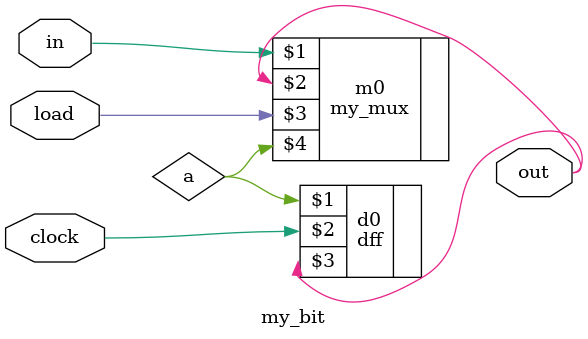
<source format=sv>
`include "../gates/my_mux.sv"

module my_bit (input in, clock, load,
               output out);

   bit                a;

   my_mux m0(in, out, load, a);
   dff d0(a, clock, out);
endmodule

</source>
